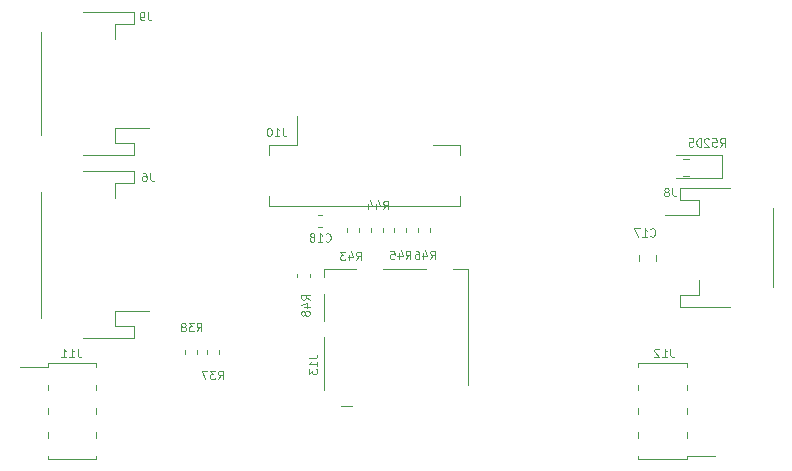
<source format=gbo>
G04 #@! TF.GenerationSoftware,KiCad,Pcbnew,(5.1.5)-3*
G04 #@! TF.CreationDate,2020-08-05T22:49:10+02:00*
G04 #@! TF.ProjectId,Controller,436f6e74-726f-46c6-9c65-722e6b696361,rev?*
G04 #@! TF.SameCoordinates,Original*
G04 #@! TF.FileFunction,Legend,Bot*
G04 #@! TF.FilePolarity,Positive*
%FSLAX46Y46*%
G04 Gerber Fmt 4.6, Leading zero omitted, Abs format (unit mm)*
G04 Created by KiCad (PCBNEW (5.1.5)-3) date 2020-08-05 22:49:10*
%MOMM*%
%LPD*%
G04 APERTURE LIST*
%ADD10C,0.120000*%
%ADD11C,0.110000*%
G04 APERTURE END LIST*
D10*
X151741422Y-103690000D02*
X152258578Y-103690000D01*
X151741422Y-105110000D02*
X152258578Y-105110000D01*
X155000000Y-103300000D02*
X151100000Y-103300000D01*
X155000000Y-105300000D02*
X151100000Y-105300000D01*
X155000000Y-103300000D02*
X155000000Y-105300000D01*
X152060000Y-128760000D02*
X154440000Y-128760000D01*
X147940000Y-121240000D02*
X147940000Y-120940000D01*
X147940000Y-123240000D02*
X147940000Y-122760000D01*
X147940000Y-125240000D02*
X147940000Y-124760000D01*
X147940000Y-127240000D02*
X147940000Y-126760000D01*
X147940000Y-129060000D02*
X147940000Y-128760000D01*
X147940000Y-120940000D02*
X152060000Y-120940000D01*
X152060000Y-121240000D02*
X152060000Y-120940000D01*
X152060000Y-123240000D02*
X152060000Y-122760000D01*
X152060000Y-125240000D02*
X152060000Y-124760000D01*
X152060000Y-127240000D02*
X152060000Y-126760000D01*
X152060000Y-129060000D02*
X152060000Y-128760000D01*
X147940000Y-129060000D02*
X152060000Y-129060000D01*
X116715000Y-103290000D02*
X116715000Y-102440000D01*
X116715000Y-102440000D02*
X119040000Y-102440000D01*
X119040000Y-102440000D02*
X119040000Y-100050000D01*
X132885000Y-103290000D02*
X132885000Y-102440000D01*
X132885000Y-102440000D02*
X130560000Y-102440000D01*
X116715000Y-106810000D02*
X116715000Y-107660000D01*
X116715000Y-107660000D02*
X132885000Y-107660000D01*
X132885000Y-107660000D02*
X132885000Y-106810000D01*
X120110000Y-113675279D02*
X120110000Y-113349721D01*
X119090000Y-113675279D02*
X119090000Y-113349721D01*
X122815000Y-124570000D02*
X123675000Y-124570000D01*
X133515000Y-112930000D02*
X133515000Y-122750000D01*
X132285000Y-112930000D02*
X133515000Y-112930000D01*
X126315000Y-112930000D02*
X129985000Y-112930000D01*
X121335000Y-112930000D02*
X124015000Y-112930000D01*
X121335000Y-113650000D02*
X121335000Y-112930000D01*
X121335000Y-117350000D02*
X121335000Y-115050000D01*
X121335000Y-123200000D02*
X121335000Y-118750000D01*
X97390000Y-101590000D02*
X97390000Y-92910000D01*
X103610000Y-92210000D02*
X103610000Y-93490000D01*
X105210000Y-92210000D02*
X103610000Y-92210000D01*
X105210000Y-91190000D02*
X105210000Y-92210000D01*
X100960000Y-91190000D02*
X105210000Y-91190000D01*
X103610000Y-101010000D02*
X106500000Y-101010000D01*
X103610000Y-102290000D02*
X103610000Y-101010000D01*
X105210000Y-102290000D02*
X103610000Y-102290000D01*
X105210000Y-103310000D02*
X105210000Y-102290000D01*
X100960000Y-103310000D02*
X105210000Y-103310000D01*
X120849721Y-109410000D02*
X121175279Y-109410000D01*
X120849721Y-108390000D02*
X121175279Y-108390000D01*
X147990000Y-111803922D02*
X147990000Y-112321078D01*
X149410000Y-111803922D02*
X149410000Y-112321078D01*
X155740000Y-106090000D02*
X151490000Y-106090000D01*
X151490000Y-106090000D02*
X151490000Y-107110000D01*
X151490000Y-107110000D02*
X153090000Y-107110000D01*
X153090000Y-107110000D02*
X153090000Y-108390000D01*
X153090000Y-108390000D02*
X150200000Y-108390000D01*
X155740000Y-116210000D02*
X151490000Y-116210000D01*
X151490000Y-116210000D02*
X151490000Y-115190000D01*
X151490000Y-115190000D02*
X153090000Y-115190000D01*
X153090000Y-115190000D02*
X153090000Y-113910000D01*
X159310000Y-107810000D02*
X159310000Y-114490000D01*
X130310000Y-109850279D02*
X130310000Y-109524721D01*
X129290000Y-109850279D02*
X129290000Y-109524721D01*
X128310000Y-109850279D02*
X128310000Y-109524721D01*
X127290000Y-109850279D02*
X127290000Y-109524721D01*
X126310000Y-109850279D02*
X126310000Y-109524721D01*
X125290000Y-109850279D02*
X125290000Y-109524721D01*
X124310000Y-109850279D02*
X124310000Y-109524721D01*
X123290000Y-109850279D02*
X123290000Y-109524721D01*
X100960000Y-118810000D02*
X105210000Y-118810000D01*
X105210000Y-118810000D02*
X105210000Y-117790000D01*
X105210000Y-117790000D02*
X103610000Y-117790000D01*
X103610000Y-117790000D02*
X103610000Y-116510000D01*
X103610000Y-116510000D02*
X106500000Y-116510000D01*
X100960000Y-104690000D02*
X105210000Y-104690000D01*
X105210000Y-104690000D02*
X105210000Y-105710000D01*
X105210000Y-105710000D02*
X103610000Y-105710000D01*
X103610000Y-105710000D02*
X103610000Y-106990000D01*
X97390000Y-117090000D02*
X97390000Y-106410000D01*
X109590000Y-120150279D02*
X109590000Y-119824721D01*
X110610000Y-120150279D02*
X110610000Y-119824721D01*
X112410000Y-120150279D02*
X112410000Y-119824721D01*
X111390000Y-120150279D02*
X111390000Y-119824721D01*
X97940000Y-121240000D02*
X95560000Y-121240000D01*
X102060000Y-128760000D02*
X102060000Y-129060000D01*
X102060000Y-126760000D02*
X102060000Y-127240000D01*
X102060000Y-124760000D02*
X102060000Y-125240000D01*
X102060000Y-122760000D02*
X102060000Y-123240000D01*
X102060000Y-120940000D02*
X102060000Y-121240000D01*
X102060000Y-129060000D02*
X97940000Y-129060000D01*
X97940000Y-128760000D02*
X97940000Y-129060000D01*
X97940000Y-126760000D02*
X97940000Y-127240000D01*
X97940000Y-124760000D02*
X97940000Y-125240000D01*
X97940000Y-122760000D02*
X97940000Y-123240000D01*
X97940000Y-120940000D02*
X97940000Y-121240000D01*
X102060000Y-120940000D02*
X97940000Y-120940000D01*
D11*
X154850000Y-102616666D02*
X155083333Y-102283333D01*
X155250000Y-102616666D02*
X155250000Y-101916666D01*
X154983333Y-101916666D01*
X154916666Y-101950000D01*
X154883333Y-101983333D01*
X154850000Y-102050000D01*
X154850000Y-102150000D01*
X154883333Y-102216666D01*
X154916666Y-102250000D01*
X154983333Y-102283333D01*
X155250000Y-102283333D01*
X154216666Y-101916666D02*
X154550000Y-101916666D01*
X154583333Y-102250000D01*
X154550000Y-102216666D01*
X154483333Y-102183333D01*
X154316666Y-102183333D01*
X154250000Y-102216666D01*
X154216666Y-102250000D01*
X154183333Y-102316666D01*
X154183333Y-102483333D01*
X154216666Y-102550000D01*
X154250000Y-102583333D01*
X154316666Y-102616666D01*
X154483333Y-102616666D01*
X154550000Y-102583333D01*
X154583333Y-102550000D01*
X153916666Y-101983333D02*
X153883333Y-101950000D01*
X153816666Y-101916666D01*
X153650000Y-101916666D01*
X153583333Y-101950000D01*
X153550000Y-101983333D01*
X153516666Y-102050000D01*
X153516666Y-102116666D01*
X153550000Y-102216666D01*
X153950000Y-102616666D01*
X153516666Y-102616666D01*
X153266666Y-102616666D02*
X153266666Y-101916666D01*
X153100000Y-101916666D01*
X153000000Y-101950000D01*
X152933333Y-102016666D01*
X152900000Y-102083333D01*
X152866666Y-102216666D01*
X152866666Y-102316666D01*
X152900000Y-102450000D01*
X152933333Y-102516666D01*
X153000000Y-102583333D01*
X153100000Y-102616666D01*
X153266666Y-102616666D01*
X152233333Y-101916666D02*
X152566666Y-101916666D01*
X152600000Y-102250000D01*
X152566666Y-102216666D01*
X152500000Y-102183333D01*
X152333333Y-102183333D01*
X152266666Y-102216666D01*
X152233333Y-102250000D01*
X152200000Y-102316666D01*
X152200000Y-102483333D01*
X152233333Y-102550000D01*
X152266666Y-102583333D01*
X152333333Y-102616666D01*
X152500000Y-102616666D01*
X152566666Y-102583333D01*
X152600000Y-102550000D01*
X150666666Y-119716666D02*
X150666666Y-120216666D01*
X150700000Y-120316666D01*
X150766666Y-120383333D01*
X150866666Y-120416666D01*
X150933333Y-120416666D01*
X149966666Y-120416666D02*
X150366666Y-120416666D01*
X150166666Y-120416666D02*
X150166666Y-119716666D01*
X150233333Y-119816666D01*
X150300000Y-119883333D01*
X150366666Y-119916666D01*
X149700000Y-119783333D02*
X149666666Y-119750000D01*
X149600000Y-119716666D01*
X149433333Y-119716666D01*
X149366666Y-119750000D01*
X149333333Y-119783333D01*
X149300000Y-119850000D01*
X149300000Y-119916666D01*
X149333333Y-120016666D01*
X149733333Y-120416666D01*
X149300000Y-120416666D01*
X117866666Y-101016666D02*
X117866666Y-101516666D01*
X117900000Y-101616666D01*
X117966666Y-101683333D01*
X118066666Y-101716666D01*
X118133333Y-101716666D01*
X117166666Y-101716666D02*
X117566666Y-101716666D01*
X117366666Y-101716666D02*
X117366666Y-101016666D01*
X117433333Y-101116666D01*
X117500000Y-101183333D01*
X117566666Y-101216666D01*
X116733333Y-101016666D02*
X116666666Y-101016666D01*
X116600000Y-101050000D01*
X116566666Y-101083333D01*
X116533333Y-101150000D01*
X116500000Y-101283333D01*
X116500000Y-101450000D01*
X116533333Y-101583333D01*
X116566666Y-101650000D01*
X116600000Y-101683333D01*
X116666666Y-101716666D01*
X116733333Y-101716666D01*
X116800000Y-101683333D01*
X116833333Y-101650000D01*
X116866666Y-101583333D01*
X116900000Y-101450000D01*
X116900000Y-101283333D01*
X116866666Y-101150000D01*
X116833333Y-101083333D01*
X116800000Y-101050000D01*
X116733333Y-101016666D01*
X120116666Y-115575000D02*
X119783333Y-115341666D01*
X120116666Y-115175000D02*
X119416666Y-115175000D01*
X119416666Y-115441666D01*
X119450000Y-115508333D01*
X119483333Y-115541666D01*
X119550000Y-115575000D01*
X119650000Y-115575000D01*
X119716666Y-115541666D01*
X119750000Y-115508333D01*
X119783333Y-115441666D01*
X119783333Y-115175000D01*
X119650000Y-116175000D02*
X120116666Y-116175000D01*
X119383333Y-116008333D02*
X119883333Y-115841666D01*
X119883333Y-116275000D01*
X119716666Y-116641666D02*
X119683333Y-116575000D01*
X119650000Y-116541666D01*
X119583333Y-116508333D01*
X119550000Y-116508333D01*
X119483333Y-116541666D01*
X119450000Y-116575000D01*
X119416666Y-116641666D01*
X119416666Y-116775000D01*
X119450000Y-116841666D01*
X119483333Y-116875000D01*
X119550000Y-116908333D01*
X119583333Y-116908333D01*
X119650000Y-116875000D01*
X119683333Y-116841666D01*
X119716666Y-116775000D01*
X119716666Y-116641666D01*
X119750000Y-116575000D01*
X119783333Y-116541666D01*
X119850000Y-116508333D01*
X119983333Y-116508333D01*
X120050000Y-116541666D01*
X120083333Y-116575000D01*
X120116666Y-116641666D01*
X120116666Y-116775000D01*
X120083333Y-116841666D01*
X120050000Y-116875000D01*
X119983333Y-116908333D01*
X119850000Y-116908333D01*
X119783333Y-116875000D01*
X119750000Y-116841666D01*
X119716666Y-116775000D01*
X120056666Y-120508333D02*
X120556666Y-120508333D01*
X120656666Y-120475000D01*
X120723333Y-120408333D01*
X120756666Y-120308333D01*
X120756666Y-120241666D01*
X120756666Y-121208333D02*
X120756666Y-120808333D01*
X120756666Y-121008333D02*
X120056666Y-121008333D01*
X120156666Y-120941666D01*
X120223333Y-120875000D01*
X120256666Y-120808333D01*
X120056666Y-121441666D02*
X120056666Y-121875000D01*
X120323333Y-121641666D01*
X120323333Y-121741666D01*
X120356666Y-121808333D01*
X120390000Y-121841666D01*
X120456666Y-121875000D01*
X120623333Y-121875000D01*
X120690000Y-121841666D01*
X120723333Y-121808333D01*
X120756666Y-121741666D01*
X120756666Y-121541666D01*
X120723333Y-121475000D01*
X120690000Y-121441666D01*
X106433333Y-91216666D02*
X106433333Y-91716666D01*
X106466666Y-91816666D01*
X106533333Y-91883333D01*
X106633333Y-91916666D01*
X106700000Y-91916666D01*
X106066666Y-91916666D02*
X105933333Y-91916666D01*
X105866666Y-91883333D01*
X105833333Y-91850000D01*
X105766666Y-91750000D01*
X105733333Y-91616666D01*
X105733333Y-91350000D01*
X105766666Y-91283333D01*
X105800000Y-91250000D01*
X105866666Y-91216666D01*
X106000000Y-91216666D01*
X106066666Y-91250000D01*
X106100000Y-91283333D01*
X106133333Y-91350000D01*
X106133333Y-91516666D01*
X106100000Y-91583333D01*
X106066666Y-91616666D01*
X106000000Y-91650000D01*
X105866666Y-91650000D01*
X105800000Y-91616666D01*
X105766666Y-91583333D01*
X105733333Y-91516666D01*
X121462500Y-110580000D02*
X121495833Y-110613333D01*
X121595833Y-110646666D01*
X121662500Y-110646666D01*
X121762500Y-110613333D01*
X121829166Y-110546666D01*
X121862500Y-110480000D01*
X121895833Y-110346666D01*
X121895833Y-110246666D01*
X121862500Y-110113333D01*
X121829166Y-110046666D01*
X121762500Y-109980000D01*
X121662500Y-109946666D01*
X121595833Y-109946666D01*
X121495833Y-109980000D01*
X121462500Y-110013333D01*
X120795833Y-110646666D02*
X121195833Y-110646666D01*
X120995833Y-110646666D02*
X120995833Y-109946666D01*
X121062500Y-110046666D01*
X121129166Y-110113333D01*
X121195833Y-110146666D01*
X120395833Y-110246666D02*
X120462500Y-110213333D01*
X120495833Y-110180000D01*
X120529166Y-110113333D01*
X120529166Y-110080000D01*
X120495833Y-110013333D01*
X120462500Y-109980000D01*
X120395833Y-109946666D01*
X120262500Y-109946666D01*
X120195833Y-109980000D01*
X120162500Y-110013333D01*
X120129166Y-110080000D01*
X120129166Y-110113333D01*
X120162500Y-110180000D01*
X120195833Y-110213333D01*
X120262500Y-110246666D01*
X120395833Y-110246666D01*
X120462500Y-110280000D01*
X120495833Y-110313333D01*
X120529166Y-110380000D01*
X120529166Y-110513333D01*
X120495833Y-110580000D01*
X120462500Y-110613333D01*
X120395833Y-110646666D01*
X120262500Y-110646666D01*
X120195833Y-110613333D01*
X120162500Y-110580000D01*
X120129166Y-110513333D01*
X120129166Y-110380000D01*
X120162500Y-110313333D01*
X120195833Y-110280000D01*
X120262500Y-110246666D01*
X148950000Y-110150000D02*
X148983333Y-110183333D01*
X149083333Y-110216666D01*
X149150000Y-110216666D01*
X149250000Y-110183333D01*
X149316666Y-110116666D01*
X149350000Y-110050000D01*
X149383333Y-109916666D01*
X149383333Y-109816666D01*
X149350000Y-109683333D01*
X149316666Y-109616666D01*
X149250000Y-109550000D01*
X149150000Y-109516666D01*
X149083333Y-109516666D01*
X148983333Y-109550000D01*
X148950000Y-109583333D01*
X148283333Y-110216666D02*
X148683333Y-110216666D01*
X148483333Y-110216666D02*
X148483333Y-109516666D01*
X148550000Y-109616666D01*
X148616666Y-109683333D01*
X148683333Y-109716666D01*
X148050000Y-109516666D02*
X147583333Y-109516666D01*
X147883333Y-110216666D01*
X150833333Y-106116666D02*
X150833333Y-106616666D01*
X150866666Y-106716666D01*
X150933333Y-106783333D01*
X151033333Y-106816666D01*
X151100000Y-106816666D01*
X150400000Y-106416666D02*
X150466666Y-106383333D01*
X150500000Y-106350000D01*
X150533333Y-106283333D01*
X150533333Y-106250000D01*
X150500000Y-106183333D01*
X150466666Y-106150000D01*
X150400000Y-106116666D01*
X150266666Y-106116666D01*
X150200000Y-106150000D01*
X150166666Y-106183333D01*
X150133333Y-106250000D01*
X150133333Y-106283333D01*
X150166666Y-106350000D01*
X150200000Y-106383333D01*
X150266666Y-106416666D01*
X150400000Y-106416666D01*
X150466666Y-106450000D01*
X150500000Y-106483333D01*
X150533333Y-106550000D01*
X150533333Y-106683333D01*
X150500000Y-106750000D01*
X150466666Y-106783333D01*
X150400000Y-106816666D01*
X150266666Y-106816666D01*
X150200000Y-106783333D01*
X150166666Y-106750000D01*
X150133333Y-106683333D01*
X150133333Y-106550000D01*
X150166666Y-106483333D01*
X150200000Y-106450000D01*
X150266666Y-106416666D01*
X130350000Y-112116666D02*
X130583333Y-111783333D01*
X130750000Y-112116666D02*
X130750000Y-111416666D01*
X130483333Y-111416666D01*
X130416666Y-111450000D01*
X130383333Y-111483333D01*
X130350000Y-111550000D01*
X130350000Y-111650000D01*
X130383333Y-111716666D01*
X130416666Y-111750000D01*
X130483333Y-111783333D01*
X130750000Y-111783333D01*
X129750000Y-111650000D02*
X129750000Y-112116666D01*
X129916666Y-111383333D02*
X130083333Y-111883333D01*
X129650000Y-111883333D01*
X129083333Y-111416666D02*
X129216666Y-111416666D01*
X129283333Y-111450000D01*
X129316666Y-111483333D01*
X129383333Y-111583333D01*
X129416666Y-111716666D01*
X129416666Y-111983333D01*
X129383333Y-112050000D01*
X129350000Y-112083333D01*
X129283333Y-112116666D01*
X129150000Y-112116666D01*
X129083333Y-112083333D01*
X129050000Y-112050000D01*
X129016666Y-111983333D01*
X129016666Y-111816666D01*
X129050000Y-111750000D01*
X129083333Y-111716666D01*
X129150000Y-111683333D01*
X129283333Y-111683333D01*
X129350000Y-111716666D01*
X129383333Y-111750000D01*
X129416666Y-111816666D01*
X128250000Y-112116666D02*
X128483333Y-111783333D01*
X128650000Y-112116666D02*
X128650000Y-111416666D01*
X128383333Y-111416666D01*
X128316666Y-111450000D01*
X128283333Y-111483333D01*
X128250000Y-111550000D01*
X128250000Y-111650000D01*
X128283333Y-111716666D01*
X128316666Y-111750000D01*
X128383333Y-111783333D01*
X128650000Y-111783333D01*
X127650000Y-111650000D02*
X127650000Y-112116666D01*
X127816666Y-111383333D02*
X127983333Y-111883333D01*
X127550000Y-111883333D01*
X126950000Y-111416666D02*
X127283333Y-111416666D01*
X127316666Y-111750000D01*
X127283333Y-111716666D01*
X127216666Y-111683333D01*
X127050000Y-111683333D01*
X126983333Y-111716666D01*
X126950000Y-111750000D01*
X126916666Y-111816666D01*
X126916666Y-111983333D01*
X126950000Y-112050000D01*
X126983333Y-112083333D01*
X127050000Y-112116666D01*
X127216666Y-112116666D01*
X127283333Y-112083333D01*
X127316666Y-112050000D01*
X126350000Y-107891666D02*
X126583333Y-107558333D01*
X126750000Y-107891666D02*
X126750000Y-107191666D01*
X126483333Y-107191666D01*
X126416666Y-107225000D01*
X126383333Y-107258333D01*
X126350000Y-107325000D01*
X126350000Y-107425000D01*
X126383333Y-107491666D01*
X126416666Y-107525000D01*
X126483333Y-107558333D01*
X126750000Y-107558333D01*
X125750000Y-107425000D02*
X125750000Y-107891666D01*
X125916666Y-107158333D02*
X126083333Y-107658333D01*
X125650000Y-107658333D01*
X125083333Y-107425000D02*
X125083333Y-107891666D01*
X125250000Y-107158333D02*
X125416666Y-107658333D01*
X124983333Y-107658333D01*
X124050000Y-112216666D02*
X124283333Y-111883333D01*
X124450000Y-112216666D02*
X124450000Y-111516666D01*
X124183333Y-111516666D01*
X124116666Y-111550000D01*
X124083333Y-111583333D01*
X124050000Y-111650000D01*
X124050000Y-111750000D01*
X124083333Y-111816666D01*
X124116666Y-111850000D01*
X124183333Y-111883333D01*
X124450000Y-111883333D01*
X123450000Y-111750000D02*
X123450000Y-112216666D01*
X123616666Y-111483333D02*
X123783333Y-111983333D01*
X123350000Y-111983333D01*
X123150000Y-111516666D02*
X122716666Y-111516666D01*
X122950000Y-111783333D01*
X122850000Y-111783333D01*
X122783333Y-111816666D01*
X122750000Y-111850000D01*
X122716666Y-111916666D01*
X122716666Y-112083333D01*
X122750000Y-112150000D01*
X122783333Y-112183333D01*
X122850000Y-112216666D01*
X123050000Y-112216666D01*
X123116666Y-112183333D01*
X123150000Y-112150000D01*
X106633333Y-104816666D02*
X106633333Y-105316666D01*
X106666666Y-105416666D01*
X106733333Y-105483333D01*
X106833333Y-105516666D01*
X106900000Y-105516666D01*
X106000000Y-104816666D02*
X106133333Y-104816666D01*
X106200000Y-104850000D01*
X106233333Y-104883333D01*
X106300000Y-104983333D01*
X106333333Y-105116666D01*
X106333333Y-105383333D01*
X106300000Y-105450000D01*
X106266666Y-105483333D01*
X106200000Y-105516666D01*
X106066666Y-105516666D01*
X106000000Y-105483333D01*
X105966666Y-105450000D01*
X105933333Y-105383333D01*
X105933333Y-105216666D01*
X105966666Y-105150000D01*
X106000000Y-105116666D01*
X106066666Y-105083333D01*
X106200000Y-105083333D01*
X106266666Y-105116666D01*
X106300000Y-105150000D01*
X106333333Y-105216666D01*
X110550000Y-118241666D02*
X110783333Y-117908333D01*
X110950000Y-118241666D02*
X110950000Y-117541666D01*
X110683333Y-117541666D01*
X110616666Y-117575000D01*
X110583333Y-117608333D01*
X110550000Y-117675000D01*
X110550000Y-117775000D01*
X110583333Y-117841666D01*
X110616666Y-117875000D01*
X110683333Y-117908333D01*
X110950000Y-117908333D01*
X110316666Y-117541666D02*
X109883333Y-117541666D01*
X110116666Y-117808333D01*
X110016666Y-117808333D01*
X109950000Y-117841666D01*
X109916666Y-117875000D01*
X109883333Y-117941666D01*
X109883333Y-118108333D01*
X109916666Y-118175000D01*
X109950000Y-118208333D01*
X110016666Y-118241666D01*
X110216666Y-118241666D01*
X110283333Y-118208333D01*
X110316666Y-118175000D01*
X109483333Y-117841666D02*
X109550000Y-117808333D01*
X109583333Y-117775000D01*
X109616666Y-117708333D01*
X109616666Y-117675000D01*
X109583333Y-117608333D01*
X109550000Y-117575000D01*
X109483333Y-117541666D01*
X109350000Y-117541666D01*
X109283333Y-117575000D01*
X109250000Y-117608333D01*
X109216666Y-117675000D01*
X109216666Y-117708333D01*
X109250000Y-117775000D01*
X109283333Y-117808333D01*
X109350000Y-117841666D01*
X109483333Y-117841666D01*
X109550000Y-117875000D01*
X109583333Y-117908333D01*
X109616666Y-117975000D01*
X109616666Y-118108333D01*
X109583333Y-118175000D01*
X109550000Y-118208333D01*
X109483333Y-118241666D01*
X109350000Y-118241666D01*
X109283333Y-118208333D01*
X109250000Y-118175000D01*
X109216666Y-118108333D01*
X109216666Y-117975000D01*
X109250000Y-117908333D01*
X109283333Y-117875000D01*
X109350000Y-117841666D01*
X112350000Y-122291666D02*
X112583333Y-121958333D01*
X112750000Y-122291666D02*
X112750000Y-121591666D01*
X112483333Y-121591666D01*
X112416666Y-121625000D01*
X112383333Y-121658333D01*
X112350000Y-121725000D01*
X112350000Y-121825000D01*
X112383333Y-121891666D01*
X112416666Y-121925000D01*
X112483333Y-121958333D01*
X112750000Y-121958333D01*
X112116666Y-121591666D02*
X111683333Y-121591666D01*
X111916666Y-121858333D01*
X111816666Y-121858333D01*
X111750000Y-121891666D01*
X111716666Y-121925000D01*
X111683333Y-121991666D01*
X111683333Y-122158333D01*
X111716666Y-122225000D01*
X111750000Y-122258333D01*
X111816666Y-122291666D01*
X112016666Y-122291666D01*
X112083333Y-122258333D01*
X112116666Y-122225000D01*
X111450000Y-121591666D02*
X110983333Y-121591666D01*
X111283333Y-122291666D01*
X100466666Y-119716666D02*
X100466666Y-120216666D01*
X100500000Y-120316666D01*
X100566666Y-120383333D01*
X100666666Y-120416666D01*
X100733333Y-120416666D01*
X99766666Y-120416666D02*
X100166666Y-120416666D01*
X99966666Y-120416666D02*
X99966666Y-119716666D01*
X100033333Y-119816666D01*
X100100000Y-119883333D01*
X100166666Y-119916666D01*
X99100000Y-120416666D02*
X99500000Y-120416666D01*
X99300000Y-120416666D02*
X99300000Y-119716666D01*
X99366666Y-119816666D01*
X99433333Y-119883333D01*
X99500000Y-119916666D01*
M02*

</source>
